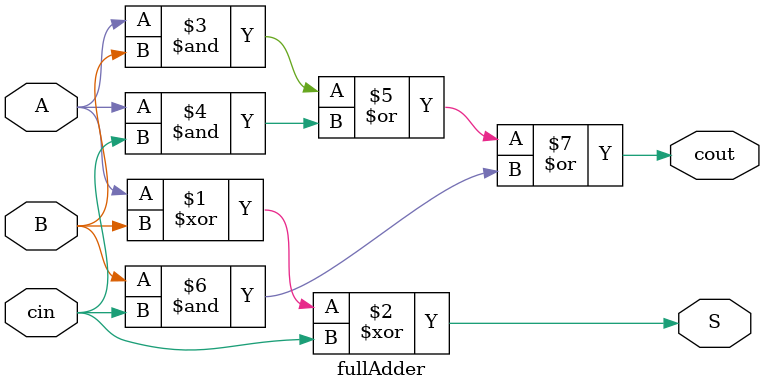
<source format=v>


module adderCircuit(LEDR, SW);
    input [9:0] SW;
    output [9:0] LEDR;
	wire c1;
	wire c2;
	wire c3;
	wire c4;
	
	fullAdder u0(.A(SW[4]), .B(SW[0]), .cin(SW[8]), .S(LEDR[0]), .cout(c1));
	fullAdder u1(.A(SW[5]), .B(SW[1]), .cin(c1), .S(LEDR[1]), .cout(c2));
	fullAdder u2(.A(SW[6]), .B(SW[2]), .cin(c2), .S(LEDR[2]), .cout(c3));
	fullAdder u3(.A(SW[7]), .B(SW[3]), .cin(c3), .S(LEDR[3]), .cout(c4));
	assign LEDR[4] = c4;
endmodule

module fullAdder(A, B, cin, S, cout);
	input A, B, cin;
	output S, cout;
	
	assign S = A ^ B ^ cin;
	assign cout = (A & B) | (A & cin) | (B & cin);
endmodule
</source>
